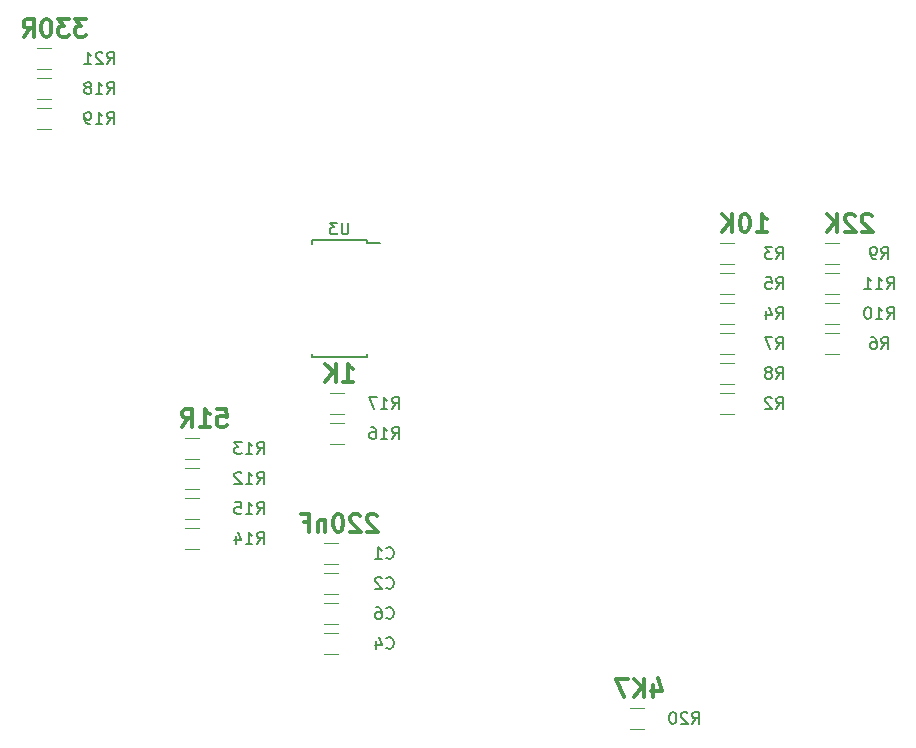
<source format=gbr>
G04 #@! TF.GenerationSoftware,KiCad,Pcbnew,(5.1.0)-1*
G04 #@! TF.CreationDate,2019-05-12T21:15:30+02:00*
G04 #@! TF.ProjectId,ESP32 dev board,45535033-3220-4646-9576-20626f617264,rev?*
G04 #@! TF.SameCoordinates,Original*
G04 #@! TF.FileFunction,Legend,Bot*
G04 #@! TF.FilePolarity,Positive*
%FSLAX46Y46*%
G04 Gerber Fmt 4.6, Leading zero omitted, Abs format (unit mm)*
G04 Created by KiCad (PCBNEW (5.1.0)-1) date 2019-05-12 21:15:30*
%MOMM*%
%LPD*%
G04 APERTURE LIST*
%ADD10C,0.300000*%
%ADD11C,0.150000*%
%ADD12C,0.120000*%
G04 APERTURE END LIST*
D10*
X35397142Y-38548571D02*
X36111428Y-38548571D01*
X36182857Y-39262857D01*
X36111428Y-39191428D01*
X35968571Y-39120000D01*
X35611428Y-39120000D01*
X35468571Y-39191428D01*
X35397142Y-39262857D01*
X35325714Y-39405714D01*
X35325714Y-39762857D01*
X35397142Y-39905714D01*
X35468571Y-39977142D01*
X35611428Y-40048571D01*
X35968571Y-40048571D01*
X36111428Y-39977142D01*
X36182857Y-39905714D01*
X33897142Y-40048571D02*
X34754285Y-40048571D01*
X34325714Y-40048571D02*
X34325714Y-38548571D01*
X34468571Y-38762857D01*
X34611428Y-38905714D01*
X34754285Y-38977142D01*
X32397142Y-40048571D02*
X32897142Y-39334285D01*
X33254285Y-40048571D02*
X33254285Y-38548571D01*
X32682857Y-38548571D01*
X32540000Y-38620000D01*
X32468571Y-38691428D01*
X32397142Y-38834285D01*
X32397142Y-39048571D01*
X32468571Y-39191428D01*
X32540000Y-39262857D01*
X32682857Y-39334285D01*
X33254285Y-39334285D01*
X90792857Y-22181428D02*
X90721428Y-22110000D01*
X90578571Y-22038571D01*
X90221428Y-22038571D01*
X90078571Y-22110000D01*
X90007142Y-22181428D01*
X89935714Y-22324285D01*
X89935714Y-22467142D01*
X90007142Y-22681428D01*
X90864285Y-23538571D01*
X89935714Y-23538571D01*
X89364285Y-22181428D02*
X89292857Y-22110000D01*
X89150000Y-22038571D01*
X88792857Y-22038571D01*
X88650000Y-22110000D01*
X88578571Y-22181428D01*
X88507142Y-22324285D01*
X88507142Y-22467142D01*
X88578571Y-22681428D01*
X89435714Y-23538571D01*
X88507142Y-23538571D01*
X87864285Y-23538571D02*
X87864285Y-22038571D01*
X87007142Y-23538571D02*
X87650000Y-22681428D01*
X87007142Y-22038571D02*
X87864285Y-22895714D01*
X24268571Y-5528571D02*
X23340000Y-5528571D01*
X23840000Y-6100000D01*
X23625714Y-6100000D01*
X23482857Y-6171428D01*
X23411428Y-6242857D01*
X23340000Y-6385714D01*
X23340000Y-6742857D01*
X23411428Y-6885714D01*
X23482857Y-6957142D01*
X23625714Y-7028571D01*
X24054285Y-7028571D01*
X24197142Y-6957142D01*
X24268571Y-6885714D01*
X22840000Y-5528571D02*
X21911428Y-5528571D01*
X22411428Y-6100000D01*
X22197142Y-6100000D01*
X22054285Y-6171428D01*
X21982857Y-6242857D01*
X21911428Y-6385714D01*
X21911428Y-6742857D01*
X21982857Y-6885714D01*
X22054285Y-6957142D01*
X22197142Y-7028571D01*
X22625714Y-7028571D01*
X22768571Y-6957142D01*
X22840000Y-6885714D01*
X20982857Y-5528571D02*
X20840000Y-5528571D01*
X20697142Y-5600000D01*
X20625714Y-5671428D01*
X20554285Y-5814285D01*
X20482857Y-6100000D01*
X20482857Y-6457142D01*
X20554285Y-6742857D01*
X20625714Y-6885714D01*
X20697142Y-6957142D01*
X20840000Y-7028571D01*
X20982857Y-7028571D01*
X21125714Y-6957142D01*
X21197142Y-6885714D01*
X21268571Y-6742857D01*
X21340000Y-6457142D01*
X21340000Y-6100000D01*
X21268571Y-5814285D01*
X21197142Y-5671428D01*
X21125714Y-5600000D01*
X20982857Y-5528571D01*
X18982857Y-7028571D02*
X19482857Y-6314285D01*
X19840000Y-7028571D02*
X19840000Y-5528571D01*
X19268571Y-5528571D01*
X19125714Y-5600000D01*
X19054285Y-5671428D01*
X18982857Y-5814285D01*
X18982857Y-6028571D01*
X19054285Y-6171428D01*
X19125714Y-6242857D01*
X19268571Y-6314285D01*
X19840000Y-6314285D01*
X46041428Y-36238571D02*
X46898571Y-36238571D01*
X46470000Y-36238571D02*
X46470000Y-34738571D01*
X46612857Y-34952857D01*
X46755714Y-35095714D01*
X46898571Y-35167142D01*
X45398571Y-36238571D02*
X45398571Y-34738571D01*
X44541428Y-36238571D02*
X45184285Y-35381428D01*
X44541428Y-34738571D02*
X45398571Y-35595714D01*
X81045714Y-23538571D02*
X81902857Y-23538571D01*
X81474285Y-23538571D02*
X81474285Y-22038571D01*
X81617142Y-22252857D01*
X81760000Y-22395714D01*
X81902857Y-22467142D01*
X80117142Y-22038571D02*
X79974285Y-22038571D01*
X79831428Y-22110000D01*
X79760000Y-22181428D01*
X79688571Y-22324285D01*
X79617142Y-22610000D01*
X79617142Y-22967142D01*
X79688571Y-23252857D01*
X79760000Y-23395714D01*
X79831428Y-23467142D01*
X79974285Y-23538571D01*
X80117142Y-23538571D01*
X80260000Y-23467142D01*
X80331428Y-23395714D01*
X80402857Y-23252857D01*
X80474285Y-22967142D01*
X80474285Y-22610000D01*
X80402857Y-22324285D01*
X80331428Y-22181428D01*
X80260000Y-22110000D01*
X80117142Y-22038571D01*
X78974285Y-23538571D02*
X78974285Y-22038571D01*
X78117142Y-23538571D02*
X78760000Y-22681428D01*
X78117142Y-22038571D02*
X78974285Y-22895714D01*
X48898571Y-47581428D02*
X48827142Y-47510000D01*
X48684285Y-47438571D01*
X48327142Y-47438571D01*
X48184285Y-47510000D01*
X48112857Y-47581428D01*
X48041428Y-47724285D01*
X48041428Y-47867142D01*
X48112857Y-48081428D01*
X48970000Y-48938571D01*
X48041428Y-48938571D01*
X47470000Y-47581428D02*
X47398571Y-47510000D01*
X47255714Y-47438571D01*
X46898571Y-47438571D01*
X46755714Y-47510000D01*
X46684285Y-47581428D01*
X46612857Y-47724285D01*
X46612857Y-47867142D01*
X46684285Y-48081428D01*
X47541428Y-48938571D01*
X46612857Y-48938571D01*
X45684285Y-47438571D02*
X45541428Y-47438571D01*
X45398571Y-47510000D01*
X45327142Y-47581428D01*
X45255714Y-47724285D01*
X45184285Y-48010000D01*
X45184285Y-48367142D01*
X45255714Y-48652857D01*
X45327142Y-48795714D01*
X45398571Y-48867142D01*
X45541428Y-48938571D01*
X45684285Y-48938571D01*
X45827142Y-48867142D01*
X45898571Y-48795714D01*
X45970000Y-48652857D01*
X46041428Y-48367142D01*
X46041428Y-48010000D01*
X45970000Y-47724285D01*
X45898571Y-47581428D01*
X45827142Y-47510000D01*
X45684285Y-47438571D01*
X44541428Y-47938571D02*
X44541428Y-48938571D01*
X44541428Y-48081428D02*
X44470000Y-48010000D01*
X44327142Y-47938571D01*
X44112857Y-47938571D01*
X43970000Y-48010000D01*
X43898571Y-48152857D01*
X43898571Y-48938571D01*
X42684285Y-48152857D02*
X43184285Y-48152857D01*
X43184285Y-48938571D02*
X43184285Y-47438571D01*
X42470000Y-47438571D01*
X72298571Y-61908571D02*
X72298571Y-62908571D01*
X72655714Y-61337142D02*
X73012857Y-62408571D01*
X72084285Y-62408571D01*
X71512857Y-62908571D02*
X71512857Y-61408571D01*
X70655714Y-62908571D02*
X71298571Y-62051428D01*
X70655714Y-61408571D02*
X71512857Y-62265714D01*
X70155714Y-61408571D02*
X69155714Y-61408571D01*
X69798571Y-62908571D01*
D11*
X48045000Y-24460000D02*
X49120000Y-24460000D01*
X48045000Y-34185000D02*
X43395000Y-34185000D01*
X48045000Y-24235000D02*
X43395000Y-24235000D01*
X48045000Y-34185000D02*
X48045000Y-33860000D01*
X43395000Y-34185000D02*
X43395000Y-33860000D01*
X43395000Y-24235000D02*
X43395000Y-24560000D01*
X48045000Y-24235000D02*
X48045000Y-24460000D01*
D12*
X20095436Y-7980000D02*
X21299564Y-7980000D01*
X20095436Y-9800000D02*
X21299564Y-9800000D01*
X70290436Y-63860000D02*
X71494564Y-63860000D01*
X70290436Y-65680000D02*
X71494564Y-65680000D01*
X20120436Y-13060000D02*
X21324564Y-13060000D01*
X20120436Y-14880000D02*
X21324564Y-14880000D01*
X20120436Y-10520000D02*
X21324564Y-10520000D01*
X20120436Y-12340000D02*
X21324564Y-12340000D01*
X44900436Y-37190000D02*
X46104564Y-37190000D01*
X44900436Y-39010000D02*
X46104564Y-39010000D01*
X44900436Y-39730000D02*
X46104564Y-39730000D01*
X44900436Y-41550000D02*
X46104564Y-41550000D01*
X33839564Y-47900000D02*
X32635436Y-47900000D01*
X33839564Y-46080000D02*
X32635436Y-46080000D01*
X33839564Y-50440000D02*
X32635436Y-50440000D01*
X33839564Y-48620000D02*
X32635436Y-48620000D01*
X32635436Y-41000000D02*
X33839564Y-41000000D01*
X32635436Y-42820000D02*
X33839564Y-42820000D01*
X33839564Y-45360000D02*
X32635436Y-45360000D01*
X33839564Y-43540000D02*
X32635436Y-43540000D01*
X88014564Y-28850000D02*
X86810436Y-28850000D01*
X88014564Y-27030000D02*
X86810436Y-27030000D01*
X88014564Y-31390000D02*
X86810436Y-31390000D01*
X88014564Y-29570000D02*
X86810436Y-29570000D01*
X86810436Y-24490000D02*
X88014564Y-24490000D01*
X86810436Y-26310000D02*
X88014564Y-26310000D01*
X79124564Y-36470000D02*
X77920436Y-36470000D01*
X79124564Y-34650000D02*
X77920436Y-34650000D01*
X79124564Y-33930000D02*
X77920436Y-33930000D01*
X79124564Y-32110000D02*
X77920436Y-32110000D01*
X88014564Y-33930000D02*
X86810436Y-33930000D01*
X88014564Y-32110000D02*
X86810436Y-32110000D01*
X79124564Y-28850000D02*
X77920436Y-28850000D01*
X79124564Y-27030000D02*
X77920436Y-27030000D01*
X79124564Y-31390000D02*
X77920436Y-31390000D01*
X79124564Y-29570000D02*
X77920436Y-29570000D01*
X79124564Y-26310000D02*
X77920436Y-26310000D01*
X79124564Y-24490000D02*
X77920436Y-24490000D01*
X77920436Y-37190000D02*
X79124564Y-37190000D01*
X77920436Y-39010000D02*
X79124564Y-39010000D01*
X45594564Y-56790000D02*
X44390436Y-56790000D01*
X45594564Y-54970000D02*
X44390436Y-54970000D01*
X45594564Y-59330000D02*
X44390436Y-59330000D01*
X45594564Y-57510000D02*
X44390436Y-57510000D01*
X45594564Y-54250000D02*
X44390436Y-54250000D01*
X45594564Y-52430000D02*
X44390436Y-52430000D01*
X45594564Y-51710000D02*
X44390436Y-51710000D01*
X45594564Y-49890000D02*
X44390436Y-49890000D01*
D11*
X46481904Y-22762380D02*
X46481904Y-23571904D01*
X46434285Y-23667142D01*
X46386666Y-23714761D01*
X46291428Y-23762380D01*
X46100952Y-23762380D01*
X46005714Y-23714761D01*
X45958095Y-23667142D01*
X45910476Y-23571904D01*
X45910476Y-22762380D01*
X45529523Y-22762380D02*
X44910476Y-22762380D01*
X45243809Y-23143333D01*
X45100952Y-23143333D01*
X45005714Y-23190952D01*
X44958095Y-23238571D01*
X44910476Y-23333809D01*
X44910476Y-23571904D01*
X44958095Y-23667142D01*
X45005714Y-23714761D01*
X45100952Y-23762380D01*
X45386666Y-23762380D01*
X45481904Y-23714761D01*
X45529523Y-23667142D01*
X26042857Y-9342380D02*
X26376190Y-8866190D01*
X26614285Y-9342380D02*
X26614285Y-8342380D01*
X26233333Y-8342380D01*
X26138095Y-8390000D01*
X26090476Y-8437619D01*
X26042857Y-8532857D01*
X26042857Y-8675714D01*
X26090476Y-8770952D01*
X26138095Y-8818571D01*
X26233333Y-8866190D01*
X26614285Y-8866190D01*
X25661904Y-8437619D02*
X25614285Y-8390000D01*
X25519047Y-8342380D01*
X25280952Y-8342380D01*
X25185714Y-8390000D01*
X25138095Y-8437619D01*
X25090476Y-8532857D01*
X25090476Y-8628095D01*
X25138095Y-8770952D01*
X25709523Y-9342380D01*
X25090476Y-9342380D01*
X24138095Y-9342380D02*
X24709523Y-9342380D01*
X24423809Y-9342380D02*
X24423809Y-8342380D01*
X24519047Y-8485238D01*
X24614285Y-8580476D01*
X24709523Y-8628095D01*
X75572857Y-65222380D02*
X75906190Y-64746190D01*
X76144285Y-65222380D02*
X76144285Y-64222380D01*
X75763333Y-64222380D01*
X75668095Y-64270000D01*
X75620476Y-64317619D01*
X75572857Y-64412857D01*
X75572857Y-64555714D01*
X75620476Y-64650952D01*
X75668095Y-64698571D01*
X75763333Y-64746190D01*
X76144285Y-64746190D01*
X75191904Y-64317619D02*
X75144285Y-64270000D01*
X75049047Y-64222380D01*
X74810952Y-64222380D01*
X74715714Y-64270000D01*
X74668095Y-64317619D01*
X74620476Y-64412857D01*
X74620476Y-64508095D01*
X74668095Y-64650952D01*
X75239523Y-65222380D01*
X74620476Y-65222380D01*
X74001428Y-64222380D02*
X73906190Y-64222380D01*
X73810952Y-64270000D01*
X73763333Y-64317619D01*
X73715714Y-64412857D01*
X73668095Y-64603333D01*
X73668095Y-64841428D01*
X73715714Y-65031904D01*
X73763333Y-65127142D01*
X73810952Y-65174761D01*
X73906190Y-65222380D01*
X74001428Y-65222380D01*
X74096666Y-65174761D01*
X74144285Y-65127142D01*
X74191904Y-65031904D01*
X74239523Y-64841428D01*
X74239523Y-64603333D01*
X74191904Y-64412857D01*
X74144285Y-64317619D01*
X74096666Y-64270000D01*
X74001428Y-64222380D01*
X26042857Y-14422380D02*
X26376190Y-13946190D01*
X26614285Y-14422380D02*
X26614285Y-13422380D01*
X26233333Y-13422380D01*
X26138095Y-13470000D01*
X26090476Y-13517619D01*
X26042857Y-13612857D01*
X26042857Y-13755714D01*
X26090476Y-13850952D01*
X26138095Y-13898571D01*
X26233333Y-13946190D01*
X26614285Y-13946190D01*
X25090476Y-14422380D02*
X25661904Y-14422380D01*
X25376190Y-14422380D02*
X25376190Y-13422380D01*
X25471428Y-13565238D01*
X25566666Y-13660476D01*
X25661904Y-13708095D01*
X24614285Y-14422380D02*
X24423809Y-14422380D01*
X24328571Y-14374761D01*
X24280952Y-14327142D01*
X24185714Y-14184285D01*
X24138095Y-13993809D01*
X24138095Y-13612857D01*
X24185714Y-13517619D01*
X24233333Y-13470000D01*
X24328571Y-13422380D01*
X24519047Y-13422380D01*
X24614285Y-13470000D01*
X24661904Y-13517619D01*
X24709523Y-13612857D01*
X24709523Y-13850952D01*
X24661904Y-13946190D01*
X24614285Y-13993809D01*
X24519047Y-14041428D01*
X24328571Y-14041428D01*
X24233333Y-13993809D01*
X24185714Y-13946190D01*
X24138095Y-13850952D01*
X26042857Y-11882380D02*
X26376190Y-11406190D01*
X26614285Y-11882380D02*
X26614285Y-10882380D01*
X26233333Y-10882380D01*
X26138095Y-10930000D01*
X26090476Y-10977619D01*
X26042857Y-11072857D01*
X26042857Y-11215714D01*
X26090476Y-11310952D01*
X26138095Y-11358571D01*
X26233333Y-11406190D01*
X26614285Y-11406190D01*
X25090476Y-11882380D02*
X25661904Y-11882380D01*
X25376190Y-11882380D02*
X25376190Y-10882380D01*
X25471428Y-11025238D01*
X25566666Y-11120476D01*
X25661904Y-11168095D01*
X24519047Y-11310952D02*
X24614285Y-11263333D01*
X24661904Y-11215714D01*
X24709523Y-11120476D01*
X24709523Y-11072857D01*
X24661904Y-10977619D01*
X24614285Y-10930000D01*
X24519047Y-10882380D01*
X24328571Y-10882380D01*
X24233333Y-10930000D01*
X24185714Y-10977619D01*
X24138095Y-11072857D01*
X24138095Y-11120476D01*
X24185714Y-11215714D01*
X24233333Y-11263333D01*
X24328571Y-11310952D01*
X24519047Y-11310952D01*
X24614285Y-11358571D01*
X24661904Y-11406190D01*
X24709523Y-11501428D01*
X24709523Y-11691904D01*
X24661904Y-11787142D01*
X24614285Y-11834761D01*
X24519047Y-11882380D01*
X24328571Y-11882380D01*
X24233333Y-11834761D01*
X24185714Y-11787142D01*
X24138095Y-11691904D01*
X24138095Y-11501428D01*
X24185714Y-11406190D01*
X24233333Y-11358571D01*
X24328571Y-11310952D01*
X50172857Y-38552380D02*
X50506190Y-38076190D01*
X50744285Y-38552380D02*
X50744285Y-37552380D01*
X50363333Y-37552380D01*
X50268095Y-37600000D01*
X50220476Y-37647619D01*
X50172857Y-37742857D01*
X50172857Y-37885714D01*
X50220476Y-37980952D01*
X50268095Y-38028571D01*
X50363333Y-38076190D01*
X50744285Y-38076190D01*
X49220476Y-38552380D02*
X49791904Y-38552380D01*
X49506190Y-38552380D02*
X49506190Y-37552380D01*
X49601428Y-37695238D01*
X49696666Y-37790476D01*
X49791904Y-37838095D01*
X48887142Y-37552380D02*
X48220476Y-37552380D01*
X48649047Y-38552380D01*
X50172857Y-41092380D02*
X50506190Y-40616190D01*
X50744285Y-41092380D02*
X50744285Y-40092380D01*
X50363333Y-40092380D01*
X50268095Y-40140000D01*
X50220476Y-40187619D01*
X50172857Y-40282857D01*
X50172857Y-40425714D01*
X50220476Y-40520952D01*
X50268095Y-40568571D01*
X50363333Y-40616190D01*
X50744285Y-40616190D01*
X49220476Y-41092380D02*
X49791904Y-41092380D01*
X49506190Y-41092380D02*
X49506190Y-40092380D01*
X49601428Y-40235238D01*
X49696666Y-40330476D01*
X49791904Y-40378095D01*
X48363333Y-40092380D02*
X48553809Y-40092380D01*
X48649047Y-40140000D01*
X48696666Y-40187619D01*
X48791904Y-40330476D01*
X48839523Y-40520952D01*
X48839523Y-40901904D01*
X48791904Y-40997142D01*
X48744285Y-41044761D01*
X48649047Y-41092380D01*
X48458571Y-41092380D01*
X48363333Y-41044761D01*
X48315714Y-40997142D01*
X48268095Y-40901904D01*
X48268095Y-40663809D01*
X48315714Y-40568571D01*
X48363333Y-40520952D01*
X48458571Y-40473333D01*
X48649047Y-40473333D01*
X48744285Y-40520952D01*
X48791904Y-40568571D01*
X48839523Y-40663809D01*
X38742857Y-47442380D02*
X39076190Y-46966190D01*
X39314285Y-47442380D02*
X39314285Y-46442380D01*
X38933333Y-46442380D01*
X38838095Y-46490000D01*
X38790476Y-46537619D01*
X38742857Y-46632857D01*
X38742857Y-46775714D01*
X38790476Y-46870952D01*
X38838095Y-46918571D01*
X38933333Y-46966190D01*
X39314285Y-46966190D01*
X37790476Y-47442380D02*
X38361904Y-47442380D01*
X38076190Y-47442380D02*
X38076190Y-46442380D01*
X38171428Y-46585238D01*
X38266666Y-46680476D01*
X38361904Y-46728095D01*
X36885714Y-46442380D02*
X37361904Y-46442380D01*
X37409523Y-46918571D01*
X37361904Y-46870952D01*
X37266666Y-46823333D01*
X37028571Y-46823333D01*
X36933333Y-46870952D01*
X36885714Y-46918571D01*
X36838095Y-47013809D01*
X36838095Y-47251904D01*
X36885714Y-47347142D01*
X36933333Y-47394761D01*
X37028571Y-47442380D01*
X37266666Y-47442380D01*
X37361904Y-47394761D01*
X37409523Y-47347142D01*
X38742857Y-49982380D02*
X39076190Y-49506190D01*
X39314285Y-49982380D02*
X39314285Y-48982380D01*
X38933333Y-48982380D01*
X38838095Y-49030000D01*
X38790476Y-49077619D01*
X38742857Y-49172857D01*
X38742857Y-49315714D01*
X38790476Y-49410952D01*
X38838095Y-49458571D01*
X38933333Y-49506190D01*
X39314285Y-49506190D01*
X37790476Y-49982380D02*
X38361904Y-49982380D01*
X38076190Y-49982380D02*
X38076190Y-48982380D01*
X38171428Y-49125238D01*
X38266666Y-49220476D01*
X38361904Y-49268095D01*
X36933333Y-49315714D02*
X36933333Y-49982380D01*
X37171428Y-48934761D02*
X37409523Y-49649047D01*
X36790476Y-49649047D01*
X38742857Y-42362380D02*
X39076190Y-41886190D01*
X39314285Y-42362380D02*
X39314285Y-41362380D01*
X38933333Y-41362380D01*
X38838095Y-41410000D01*
X38790476Y-41457619D01*
X38742857Y-41552857D01*
X38742857Y-41695714D01*
X38790476Y-41790952D01*
X38838095Y-41838571D01*
X38933333Y-41886190D01*
X39314285Y-41886190D01*
X37790476Y-42362380D02*
X38361904Y-42362380D01*
X38076190Y-42362380D02*
X38076190Y-41362380D01*
X38171428Y-41505238D01*
X38266666Y-41600476D01*
X38361904Y-41648095D01*
X37457142Y-41362380D02*
X36838095Y-41362380D01*
X37171428Y-41743333D01*
X37028571Y-41743333D01*
X36933333Y-41790952D01*
X36885714Y-41838571D01*
X36838095Y-41933809D01*
X36838095Y-42171904D01*
X36885714Y-42267142D01*
X36933333Y-42314761D01*
X37028571Y-42362380D01*
X37314285Y-42362380D01*
X37409523Y-42314761D01*
X37457142Y-42267142D01*
X38742857Y-44902380D02*
X39076190Y-44426190D01*
X39314285Y-44902380D02*
X39314285Y-43902380D01*
X38933333Y-43902380D01*
X38838095Y-43950000D01*
X38790476Y-43997619D01*
X38742857Y-44092857D01*
X38742857Y-44235714D01*
X38790476Y-44330952D01*
X38838095Y-44378571D01*
X38933333Y-44426190D01*
X39314285Y-44426190D01*
X37790476Y-44902380D02*
X38361904Y-44902380D01*
X38076190Y-44902380D02*
X38076190Y-43902380D01*
X38171428Y-44045238D01*
X38266666Y-44140476D01*
X38361904Y-44188095D01*
X37409523Y-43997619D02*
X37361904Y-43950000D01*
X37266666Y-43902380D01*
X37028571Y-43902380D01*
X36933333Y-43950000D01*
X36885714Y-43997619D01*
X36838095Y-44092857D01*
X36838095Y-44188095D01*
X36885714Y-44330952D01*
X37457142Y-44902380D01*
X36838095Y-44902380D01*
X92082857Y-28392380D02*
X92416190Y-27916190D01*
X92654285Y-28392380D02*
X92654285Y-27392380D01*
X92273333Y-27392380D01*
X92178095Y-27440000D01*
X92130476Y-27487619D01*
X92082857Y-27582857D01*
X92082857Y-27725714D01*
X92130476Y-27820952D01*
X92178095Y-27868571D01*
X92273333Y-27916190D01*
X92654285Y-27916190D01*
X91130476Y-28392380D02*
X91701904Y-28392380D01*
X91416190Y-28392380D02*
X91416190Y-27392380D01*
X91511428Y-27535238D01*
X91606666Y-27630476D01*
X91701904Y-27678095D01*
X90178095Y-28392380D02*
X90749523Y-28392380D01*
X90463809Y-28392380D02*
X90463809Y-27392380D01*
X90559047Y-27535238D01*
X90654285Y-27630476D01*
X90749523Y-27678095D01*
X92082857Y-30932380D02*
X92416190Y-30456190D01*
X92654285Y-30932380D02*
X92654285Y-29932380D01*
X92273333Y-29932380D01*
X92178095Y-29980000D01*
X92130476Y-30027619D01*
X92082857Y-30122857D01*
X92082857Y-30265714D01*
X92130476Y-30360952D01*
X92178095Y-30408571D01*
X92273333Y-30456190D01*
X92654285Y-30456190D01*
X91130476Y-30932380D02*
X91701904Y-30932380D01*
X91416190Y-30932380D02*
X91416190Y-29932380D01*
X91511428Y-30075238D01*
X91606666Y-30170476D01*
X91701904Y-30218095D01*
X90511428Y-29932380D02*
X90416190Y-29932380D01*
X90320952Y-29980000D01*
X90273333Y-30027619D01*
X90225714Y-30122857D01*
X90178095Y-30313333D01*
X90178095Y-30551428D01*
X90225714Y-30741904D01*
X90273333Y-30837142D01*
X90320952Y-30884761D01*
X90416190Y-30932380D01*
X90511428Y-30932380D01*
X90606666Y-30884761D01*
X90654285Y-30837142D01*
X90701904Y-30741904D01*
X90749523Y-30551428D01*
X90749523Y-30313333D01*
X90701904Y-30122857D01*
X90654285Y-30027619D01*
X90606666Y-29980000D01*
X90511428Y-29932380D01*
X91606666Y-25852380D02*
X91940000Y-25376190D01*
X92178095Y-25852380D02*
X92178095Y-24852380D01*
X91797142Y-24852380D01*
X91701904Y-24900000D01*
X91654285Y-24947619D01*
X91606666Y-25042857D01*
X91606666Y-25185714D01*
X91654285Y-25280952D01*
X91701904Y-25328571D01*
X91797142Y-25376190D01*
X92178095Y-25376190D01*
X91130476Y-25852380D02*
X90940000Y-25852380D01*
X90844761Y-25804761D01*
X90797142Y-25757142D01*
X90701904Y-25614285D01*
X90654285Y-25423809D01*
X90654285Y-25042857D01*
X90701904Y-24947619D01*
X90749523Y-24900000D01*
X90844761Y-24852380D01*
X91035238Y-24852380D01*
X91130476Y-24900000D01*
X91178095Y-24947619D01*
X91225714Y-25042857D01*
X91225714Y-25280952D01*
X91178095Y-25376190D01*
X91130476Y-25423809D01*
X91035238Y-25471428D01*
X90844761Y-25471428D01*
X90749523Y-25423809D01*
X90701904Y-25376190D01*
X90654285Y-25280952D01*
X82716666Y-36012380D02*
X83050000Y-35536190D01*
X83288095Y-36012380D02*
X83288095Y-35012380D01*
X82907142Y-35012380D01*
X82811904Y-35060000D01*
X82764285Y-35107619D01*
X82716666Y-35202857D01*
X82716666Y-35345714D01*
X82764285Y-35440952D01*
X82811904Y-35488571D01*
X82907142Y-35536190D01*
X83288095Y-35536190D01*
X82145238Y-35440952D02*
X82240476Y-35393333D01*
X82288095Y-35345714D01*
X82335714Y-35250476D01*
X82335714Y-35202857D01*
X82288095Y-35107619D01*
X82240476Y-35060000D01*
X82145238Y-35012380D01*
X81954761Y-35012380D01*
X81859523Y-35060000D01*
X81811904Y-35107619D01*
X81764285Y-35202857D01*
X81764285Y-35250476D01*
X81811904Y-35345714D01*
X81859523Y-35393333D01*
X81954761Y-35440952D01*
X82145238Y-35440952D01*
X82240476Y-35488571D01*
X82288095Y-35536190D01*
X82335714Y-35631428D01*
X82335714Y-35821904D01*
X82288095Y-35917142D01*
X82240476Y-35964761D01*
X82145238Y-36012380D01*
X81954761Y-36012380D01*
X81859523Y-35964761D01*
X81811904Y-35917142D01*
X81764285Y-35821904D01*
X81764285Y-35631428D01*
X81811904Y-35536190D01*
X81859523Y-35488571D01*
X81954761Y-35440952D01*
X82716666Y-33472380D02*
X83050000Y-32996190D01*
X83288095Y-33472380D02*
X83288095Y-32472380D01*
X82907142Y-32472380D01*
X82811904Y-32520000D01*
X82764285Y-32567619D01*
X82716666Y-32662857D01*
X82716666Y-32805714D01*
X82764285Y-32900952D01*
X82811904Y-32948571D01*
X82907142Y-32996190D01*
X83288095Y-32996190D01*
X82383333Y-32472380D02*
X81716666Y-32472380D01*
X82145238Y-33472380D01*
X91606666Y-33472380D02*
X91940000Y-32996190D01*
X92178095Y-33472380D02*
X92178095Y-32472380D01*
X91797142Y-32472380D01*
X91701904Y-32520000D01*
X91654285Y-32567619D01*
X91606666Y-32662857D01*
X91606666Y-32805714D01*
X91654285Y-32900952D01*
X91701904Y-32948571D01*
X91797142Y-32996190D01*
X92178095Y-32996190D01*
X90749523Y-32472380D02*
X90940000Y-32472380D01*
X91035238Y-32520000D01*
X91082857Y-32567619D01*
X91178095Y-32710476D01*
X91225714Y-32900952D01*
X91225714Y-33281904D01*
X91178095Y-33377142D01*
X91130476Y-33424761D01*
X91035238Y-33472380D01*
X90844761Y-33472380D01*
X90749523Y-33424761D01*
X90701904Y-33377142D01*
X90654285Y-33281904D01*
X90654285Y-33043809D01*
X90701904Y-32948571D01*
X90749523Y-32900952D01*
X90844761Y-32853333D01*
X91035238Y-32853333D01*
X91130476Y-32900952D01*
X91178095Y-32948571D01*
X91225714Y-33043809D01*
X82716666Y-28392380D02*
X83050000Y-27916190D01*
X83288095Y-28392380D02*
X83288095Y-27392380D01*
X82907142Y-27392380D01*
X82811904Y-27440000D01*
X82764285Y-27487619D01*
X82716666Y-27582857D01*
X82716666Y-27725714D01*
X82764285Y-27820952D01*
X82811904Y-27868571D01*
X82907142Y-27916190D01*
X83288095Y-27916190D01*
X81811904Y-27392380D02*
X82288095Y-27392380D01*
X82335714Y-27868571D01*
X82288095Y-27820952D01*
X82192857Y-27773333D01*
X81954761Y-27773333D01*
X81859523Y-27820952D01*
X81811904Y-27868571D01*
X81764285Y-27963809D01*
X81764285Y-28201904D01*
X81811904Y-28297142D01*
X81859523Y-28344761D01*
X81954761Y-28392380D01*
X82192857Y-28392380D01*
X82288095Y-28344761D01*
X82335714Y-28297142D01*
X82716666Y-30932380D02*
X83050000Y-30456190D01*
X83288095Y-30932380D02*
X83288095Y-29932380D01*
X82907142Y-29932380D01*
X82811904Y-29980000D01*
X82764285Y-30027619D01*
X82716666Y-30122857D01*
X82716666Y-30265714D01*
X82764285Y-30360952D01*
X82811904Y-30408571D01*
X82907142Y-30456190D01*
X83288095Y-30456190D01*
X81859523Y-30265714D02*
X81859523Y-30932380D01*
X82097619Y-29884761D02*
X82335714Y-30599047D01*
X81716666Y-30599047D01*
X82716666Y-25852380D02*
X83050000Y-25376190D01*
X83288095Y-25852380D02*
X83288095Y-24852380D01*
X82907142Y-24852380D01*
X82811904Y-24900000D01*
X82764285Y-24947619D01*
X82716666Y-25042857D01*
X82716666Y-25185714D01*
X82764285Y-25280952D01*
X82811904Y-25328571D01*
X82907142Y-25376190D01*
X83288095Y-25376190D01*
X82383333Y-24852380D02*
X81764285Y-24852380D01*
X82097619Y-25233333D01*
X81954761Y-25233333D01*
X81859523Y-25280952D01*
X81811904Y-25328571D01*
X81764285Y-25423809D01*
X81764285Y-25661904D01*
X81811904Y-25757142D01*
X81859523Y-25804761D01*
X81954761Y-25852380D01*
X82240476Y-25852380D01*
X82335714Y-25804761D01*
X82383333Y-25757142D01*
X82716666Y-38552380D02*
X83050000Y-38076190D01*
X83288095Y-38552380D02*
X83288095Y-37552380D01*
X82907142Y-37552380D01*
X82811904Y-37600000D01*
X82764285Y-37647619D01*
X82716666Y-37742857D01*
X82716666Y-37885714D01*
X82764285Y-37980952D01*
X82811904Y-38028571D01*
X82907142Y-38076190D01*
X83288095Y-38076190D01*
X82335714Y-37647619D02*
X82288095Y-37600000D01*
X82192857Y-37552380D01*
X81954761Y-37552380D01*
X81859523Y-37600000D01*
X81811904Y-37647619D01*
X81764285Y-37742857D01*
X81764285Y-37838095D01*
X81811904Y-37980952D01*
X82383333Y-38552380D01*
X81764285Y-38552380D01*
X49696666Y-56237142D02*
X49744285Y-56284761D01*
X49887142Y-56332380D01*
X49982380Y-56332380D01*
X50125238Y-56284761D01*
X50220476Y-56189523D01*
X50268095Y-56094285D01*
X50315714Y-55903809D01*
X50315714Y-55760952D01*
X50268095Y-55570476D01*
X50220476Y-55475238D01*
X50125238Y-55380000D01*
X49982380Y-55332380D01*
X49887142Y-55332380D01*
X49744285Y-55380000D01*
X49696666Y-55427619D01*
X48839523Y-55332380D02*
X49030000Y-55332380D01*
X49125238Y-55380000D01*
X49172857Y-55427619D01*
X49268095Y-55570476D01*
X49315714Y-55760952D01*
X49315714Y-56141904D01*
X49268095Y-56237142D01*
X49220476Y-56284761D01*
X49125238Y-56332380D01*
X48934761Y-56332380D01*
X48839523Y-56284761D01*
X48791904Y-56237142D01*
X48744285Y-56141904D01*
X48744285Y-55903809D01*
X48791904Y-55808571D01*
X48839523Y-55760952D01*
X48934761Y-55713333D01*
X49125238Y-55713333D01*
X49220476Y-55760952D01*
X49268095Y-55808571D01*
X49315714Y-55903809D01*
X49696666Y-58777142D02*
X49744285Y-58824761D01*
X49887142Y-58872380D01*
X49982380Y-58872380D01*
X50125238Y-58824761D01*
X50220476Y-58729523D01*
X50268095Y-58634285D01*
X50315714Y-58443809D01*
X50315714Y-58300952D01*
X50268095Y-58110476D01*
X50220476Y-58015238D01*
X50125238Y-57920000D01*
X49982380Y-57872380D01*
X49887142Y-57872380D01*
X49744285Y-57920000D01*
X49696666Y-57967619D01*
X48839523Y-58205714D02*
X48839523Y-58872380D01*
X49077619Y-57824761D02*
X49315714Y-58539047D01*
X48696666Y-58539047D01*
X49696666Y-53697142D02*
X49744285Y-53744761D01*
X49887142Y-53792380D01*
X49982380Y-53792380D01*
X50125238Y-53744761D01*
X50220476Y-53649523D01*
X50268095Y-53554285D01*
X50315714Y-53363809D01*
X50315714Y-53220952D01*
X50268095Y-53030476D01*
X50220476Y-52935238D01*
X50125238Y-52840000D01*
X49982380Y-52792380D01*
X49887142Y-52792380D01*
X49744285Y-52840000D01*
X49696666Y-52887619D01*
X49315714Y-52887619D02*
X49268095Y-52840000D01*
X49172857Y-52792380D01*
X48934761Y-52792380D01*
X48839523Y-52840000D01*
X48791904Y-52887619D01*
X48744285Y-52982857D01*
X48744285Y-53078095D01*
X48791904Y-53220952D01*
X49363333Y-53792380D01*
X48744285Y-53792380D01*
X49696666Y-51157142D02*
X49744285Y-51204761D01*
X49887142Y-51252380D01*
X49982380Y-51252380D01*
X50125238Y-51204761D01*
X50220476Y-51109523D01*
X50268095Y-51014285D01*
X50315714Y-50823809D01*
X50315714Y-50680952D01*
X50268095Y-50490476D01*
X50220476Y-50395238D01*
X50125238Y-50300000D01*
X49982380Y-50252380D01*
X49887142Y-50252380D01*
X49744285Y-50300000D01*
X49696666Y-50347619D01*
X48744285Y-51252380D02*
X49315714Y-51252380D01*
X49030000Y-51252380D02*
X49030000Y-50252380D01*
X49125238Y-50395238D01*
X49220476Y-50490476D01*
X49315714Y-50538095D01*
M02*

</source>
